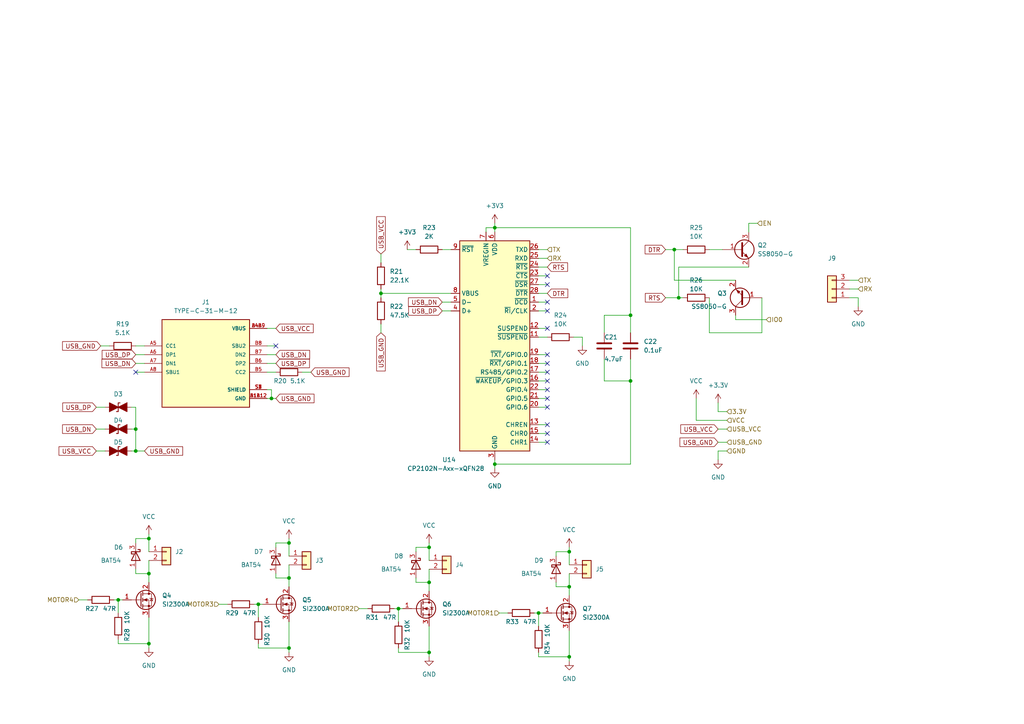
<source format=kicad_sch>
(kicad_sch (version 20211123) (generator eeschema)
  (paper "A4")
  (lib_symbols
    (symbol "Connector_Generic:Conn_01x02" (pin_names (offset 1.016) hide)
      (property "Reference" "J" (at 0 2.54 0))
      (property "Value" "Conn_01x02" (at 0 -5.08 0))
      (symbol "Conn_01x02_1_1"
        (rectangle (start -1.27 -2.413) (end 0 -2.667) (stroke (width 0.1524)))
        (rectangle (start -1.27 0.127) (end 0 -0.127) (stroke (width 0.1524)))
        (rectangle (start -1.27 1.27) (end 1.27 -3.81) (stroke (width 0.254)) (fill (type background)))
        (pin passive line (at -5.08 0 0) (length 3.81) (name "Pin_1") (number "1"))
        (pin passive line (at -5.08 -2.54 0) (length 3.81) (name "Pin_2") (number "2"))
      )
    )
    (symbol "Connector_Generic:Conn_01x03" (pin_names (offset 1.016) hide)
      (property "Reference" "J" (at 0 5.08 0))
      (property "Value" "Conn_01x03" (at 0 -5.08 0))
      (symbol "Conn_01x03_1_1"
        (rectangle (start -1.27 -2.413) (end 0 -2.667) (stroke (width 0.1524)))
        (rectangle (start -1.27 0.127) (end 0 -0.127) (stroke (width 0.1524)))
        (rectangle (start -1.27 2.667) (end 0 2.413) (stroke (width 0.1524)))
        (rectangle (start -1.27 3.81) (end 1.27 -3.81) (stroke (width 0.254)) (fill (type background)))
        (pin passive line (at -5.08 2.54 0) (length 3.81) (name "Pin_1") (number "1"))
        (pin passive line (at -5.08 0 0) (length 3.81) (name "Pin_2") (number "2"))
        (pin passive line (at -5.08 -2.54 0) (length 3.81) (name "Pin_3") (number "3"))
      )
    )
    (symbol "Connectors:TYPE-C-31-M-12" (pin_names (offset 1.016))
      (property "Reference" "J" (at -12.7 13.462 0))
      (property "Value" "TYPE-C-31-M-12" (at -12.7 -13.462 0))
      (symbol "TYPE-C-31-M-12_0_0"
        (rectangle (start -12.7 -12.7) (end 12.7 12.7) (stroke (width 0.254)) (fill (type background)))
        (pin power_in line (at 17.78 -10.16 180) (length 5.08) (name "GND") (number "A1B12"))
        (pin power_in line (at 17.78 10.16 180) (length 5.08) (name "VBUS") (number "A4B9"))
        (pin bidirectional line (at -17.78 5.08 0) (length 5.08) (name "CC1") (number "A5"))
        (pin bidirectional line (at -17.78 2.54 0) (length 5.08) (name "DP1") (number "A6"))
        (pin bidirectional line (at -17.78 0 0) (length 5.08) (name "DN1") (number "A7"))
        (pin bidirectional line (at -17.78 -2.54 0) (length 5.08) (name "SBU1") (number "A8"))
        (pin power_in line (at 17.78 -10.16 180) (length 5.08) (name "GND") (number "B1A12"))
        (pin power_in line (at 17.78 10.16 180) (length 5.08) (name "VBUS") (number "B4A9"))
        (pin bidirectional line (at 17.78 -2.54 180) (length 5.08) (name "CC2") (number "B5"))
        (pin bidirectional line (at 17.78 0 180) (length 5.08) (name "DP2") (number "B6"))
        (pin bidirectional line (at 17.78 2.54 180) (length 5.08) (name "DN2") (number "B7"))
        (pin bidirectional line (at 17.78 5.08 180) (length 5.08) (name "SBU2") (number "B8"))
        (pin passive line (at 17.78 -7.62 180) (length 5.08) (name "SHIELD") (number "S1"))
        (pin passive line (at 17.78 -7.62 180) (length 5.08) (name "SHIELD") (number "S2"))
        (pin passive line (at 17.78 -7.62 180) (length 5.08) (name "SHIELD") (number "S3"))
        (pin passive line (at 17.78 -7.62 180) (length 5.08) (name "SHIELD") (number "S4"))
      )
    )
    (symbol "Device:C" (pin_numbers hide) (pin_names (offset 0.254))
      (property "Reference" "C" (at 0.635 2.54 0))
      (property "Value" "C" (at 0.635 -2.54 0))
      (symbol "C_0_1"
        (polyline (pts (xy -2.032 -0.762) (xy 2.032 -0.762)) (stroke (width 0.508)))
        (polyline (pts (xy -2.032 0.762) (xy 2.032 0.762)) (stroke (width 0.508)))
      )
      (symbol "C_1_1"
        (pin passive line (at 0 3.81 270) (length 2.794) (name "~") (number "1"))
        (pin passive line (at 0 -3.81 90) (length 2.794) (name "~") (number "2"))
      )
    )
    (symbol "Device:D_TVS_Filled" (pin_numbers hide) (pin_names (offset 1.016) hide)
      (property "Reference" "D" (at 0 2.54 0))
      (property "Value" "D_TVS_Filled" (at 0 -2.54 0))
      (symbol "D_TVS_Filled_0_1"
        (polyline (pts (xy 1.27 0) (xy -1.27 0)))
        (polyline (pts (xy -2.54 -1.27) (xy 0 0) (xy -2.54 1.27) (xy -2.54 -1.27)) (stroke (width 0.254)) (fill (type outline)))
        (polyline (pts (xy 0.508 1.27) (xy 0 1.27) (xy 0 -1.27) (xy -0.508 -1.27)) (stroke (width 0.254)))
        (polyline (pts (xy 2.54 1.27) (xy 2.54 -1.27) (xy 0 0) (xy 2.54 1.27)) (stroke (width 0.254)) (fill (type outline)))
      )
      (symbol "D_TVS_Filled_1_1"
        (pin passive line (at -3.81 0 0) (length 2.54) (name "A1") (number "1"))
        (pin passive line (at 3.81 0 180) (length 2.54) (name "A2") (number "2"))
      )
    )
    (symbol "Device:Q_NMOS_GDS" (pin_names (offset 0) hide)
      (property "Reference" "Q" (at 5.08 1.27 0))
      (property "Value" "Q_NMOS_GDS" (at 5.08 -1.27 0))
      (symbol "Q_NMOS_GDS_0_1"
        (polyline (pts (xy 0.254 0) (xy -2.54 0)))
        (polyline (pts (xy 0.254 1.905) (xy 0.254 -1.905)) (stroke (width 0.254)))
        (polyline (pts (xy 0.762 -1.27) (xy 0.762 -2.286)) (stroke (width 0.254)))
        (polyline (pts (xy 0.762 0.508) (xy 0.762 -0.508)) (stroke (width 0.254)))
        (polyline (pts (xy 0.762 2.286) (xy 0.762 1.27)) (stroke (width 0.254)))
        (polyline (pts (xy 2.54 2.54) (xy 2.54 1.778)))
        (polyline (pts (xy 2.54 -2.54) (xy 2.54 0) (xy 0.762 0)))
        (polyline (pts (xy 0.762 -1.778) (xy 3.302 -1.778) (xy 3.302 1.778) (xy 0.762 1.778)))
        (polyline (pts (xy 1.016 0) (xy 2.032 0.381) (xy 2.032 -0.381) (xy 1.016 0)) (fill (type outline)))
        (polyline (pts (xy 2.794 0.508) (xy 2.921 0.381) (xy 3.683 0.381) (xy 3.81 0.254)))
        (polyline (pts (xy 3.302 0.381) (xy 2.921 -0.254) (xy 3.683 -0.254) (xy 3.302 0.381)))
        (circle (center 1.651 0) (radius 2.794) (stroke (width 0.254)))
        (circle (center 2.54 -1.778) (radius 0.254) (fill (type outline)))
        (circle (center 2.54 1.778) (radius 0.254) (fill (type outline)))
      )
      (symbol "Q_NMOS_GDS_1_1"
        (pin input line (at -5.08 0 0) (length 2.54) (name "G") (number "1"))
        (pin passive line (at 2.54 5.08 270) (length 2.54) (name "D") (number "2"))
        (pin passive line (at 2.54 -5.08 90) (length 2.54) (name "S") (number "3"))
      )
    )
    (symbol "Device:Q_NPN_BEC" (pin_names (offset 0) hide)
      (property "Reference" "Q" (at 5.08 1.27 0))
      (property "Value" "Q_NPN_BEC" (at 5.08 -1.27 0))
      (symbol "Q_NPN_BEC_0_1"
        (polyline (pts (xy 0.635 0.635) (xy 2.54 2.54)))
        (polyline (pts (xy 0.635 -0.635) (xy 2.54 -2.54) (xy 2.54 -2.54)))
        (polyline (pts (xy 0.635 1.905) (xy 0.635 -1.905) (xy 0.635 -1.905)) (stroke (width 0.508)))
        (polyline (pts (xy 1.27 -1.778) (xy 1.778 -1.27) (xy 2.286 -2.286) (xy 1.27 -1.778) (xy 1.27 -1.778)) (fill (type outline)))
        (circle (center 1.27 0) (radius 2.8194) (stroke (width 0.254)))
      )
      (symbol "Q_NPN_BEC_1_1"
        (pin input line (at -5.08 0 0) (length 5.715) (name "B") (number "1"))
        (pin passive line (at 2.54 -5.08 90) (length 2.54) (name "E") (number "2"))
        (pin passive line (at 2.54 5.08 270) (length 2.54) (name "C") (number "3"))
      )
    )
    (symbol "Device:R" (pin_numbers hide) (pin_names (offset 0))
      (property "Reference" "R" (at 2.032 0 90))
      (property "Value" "R" (at 0 0 90))
      (symbol "R_0_1"
        (rectangle (start -1.016 -2.54) (end 1.016 2.54) (stroke (width 0.254)))
      )
      (symbol "R_1_1"
        (pin passive line (at 0 3.81 270) (length 1.27) (name "~") (number "1"))
        (pin passive line (at 0 -3.81 90) (length 1.27) (name "~") (number "2"))
      )
    )
    (symbol "Diode:BAT54W" (pin_names (offset 1.016) hide)
      (property "Reference" "D" (at 0 2.54 0))
      (property "Value" "BAT54W" (at 0 -2.54 0))
      (symbol "BAT54W_0_1"
        (polyline (pts (xy 1.27 0) (xy -1.27 0)))
        (polyline (pts (xy 1.27 1.27) (xy 1.27 -1.27) (xy -1.27 0) (xy 1.27 1.27)) (stroke (width 0.254)))
        (polyline (pts (xy -1.905 0.635) (xy -1.905 1.27) (xy -1.27 1.27) (xy -1.27 -1.27) (xy -0.635 -1.27) (xy -0.635 -0.635)) (stroke (width 0.254)))
      )
      (symbol "BAT54W_1_1"
        (pin passive line (at 3.81 0 180) (length 2.54) (name "A") (number "1"))
        (pin no_connect line (at 0 0 90) (length 2.54) hide (name "NC") (number "2"))
        (pin passive line (at -3.81 0 0) (length 2.54) (name "K") (number "3"))
      )
    )
    (symbol "Interface_USB:CP2102N-Axx-xQFN28"
      (property "Reference" "U" (at -8.89 31.75 0))
      (property "Value" "CP2102N-Axx-xQFN28" (at 12.7 31.75 0))
      (symbol "CP2102N-Axx-xQFN28_0_1"
        (rectangle (start -10.16 30.48) (end 10.16 -30.48) (stroke (width 0.254)) (fill (type background)))
      )
      (symbol "CP2102N-Axx-xQFN28_1_1"
        (pin input line (at 12.7 12.7 180) (length 2.54) (name "~{DCD}") (number "1"))
        (pin no_connect line (at -10.16 -27.94 0) (length 2.54) hide (name "NC") (number "10"))
        (pin output line (at 12.7 2.54 180) (length 2.54) (name "~{SUSPEND}") (number "11"))
        (pin output line (at 12.7 5.08 180) (length 2.54) (name "SUSPEND") (number "12"))
        (pin output line (at 12.7 -22.86 180) (length 2.54) (name "CHREN") (number "13"))
        (pin output line (at 12.7 -27.94 180) (length 2.54) (name "CHR1") (number "14"))
        (pin output line (at 12.7 -25.4 180) (length 2.54) (name "CHR0") (number "15"))
        (pin bidirectional line (at 12.7 -10.16 180) (length 2.54) (name "~{WAKEUP}/GPIO.3") (number "16"))
        (pin bidirectional line (at 12.7 -7.62 180) (length 2.54) (name "RS485/GPIO.2") (number "17"))
        (pin bidirectional line (at 12.7 -5.08 180) (length 2.54) (name "~{RXT}/GPIO.1") (number "18"))
        (pin bidirectional line (at 12.7 -2.54 180) (length 2.54) (name "~{TXT}/GPIO.0") (number "19"))
        (pin bidirectional line (at 12.7 10.16 180) (length 2.54) (name "~{RI}/CLK") (number "2"))
        (pin bidirectional line (at 12.7 -17.78 180) (length 2.54) (name "GPIO.6") (number "20"))
        (pin bidirectional line (at 12.7 -15.24 180) (length 2.54) (name "GPIO.5") (number "21"))
        (pin bidirectional line (at 12.7 -12.7 180) (length 2.54) (name "GPIO.4") (number "22"))
        (pin input line (at 12.7 20.32 180) (length 2.54) (name "~{CTS}") (number "23"))
        (pin output line (at 12.7 22.86 180) (length 2.54) (name "~{RTS}") (number "24"))
        (pin input line (at 12.7 25.4 180) (length 2.54) (name "RXD") (number "25"))
        (pin output line (at 12.7 27.94 180) (length 2.54) (name "TXD") (number "26"))
        (pin input line (at 12.7 17.78 180) (length 2.54) (name "~{DSR}") (number "27"))
        (pin output line (at 12.7 15.24 180) (length 2.54) (name "~{DTR}") (number "28"))
        (pin passive line (at 0 -33.02 90) (length 2.54) hide (name "GND") (number "29"))
        (pin power_in line (at 0 -33.02 90) (length 2.54) (name "GND") (number "3"))
        (pin bidirectional line (at -12.7 10.16 0) (length 2.54) (name "D+") (number "4"))
        (pin bidirectional line (at -12.7 12.7 0) (length 2.54) (name "D-") (number "5"))
        (pin power_in line (at 0 33.02 270) (length 2.54) (name "VDD") (number "6"))
        (pin power_in line (at -2.54 33.02 270) (length 2.54) (name "VREGIN") (number "7"))
        (pin input line (at -12.7 15.24 0) (length 2.54) (name "VBUS") (number "8"))
        (pin input line (at -12.7 27.94 0) (length 2.54) (name "~{RST}") (number "9"))
      )
    )
    (symbol "power:+3.3V" (power) (pin_names (offset 0))
      (property "Value" "+3.3V" (at 0 3.556 0))
      (symbol "+3.3V_0_1"
        (polyline (pts (xy -0.762 1.27) (xy 0 2.54)))
        (polyline (pts (xy 0 0) (xy 0 2.54)))
        (polyline (pts (xy 0 2.54) (xy 0.762 1.27)))
      )
      (symbol "+3.3V_1_1"
        (pin power_in line (at 0 0 90) (length 0) hide (name "+3.3V") (number "1"))
      )
    )
    (symbol "power:+3V3" (power) (pin_names (offset 0))
      (property "Value" "+3V3" (at 0 3.556 0))
      (symbol "+3V3_0_1"
        (polyline (pts (xy -0.762 1.27) (xy 0 2.54)))
        (polyline (pts (xy 0 0) (xy 0 2.54)))
        (polyline (pts (xy 0 2.54) (xy 0.762 1.27)))
      )
      (symbol "+3V3_1_1"
        (pin power_in line (at 0 0 90) (length 0) hide (name "+3V3") (number "1"))
      )
    )
    (symbol "power:GND" (power) (pin_names (offset 0))
      (property "Value" "GND" (at 0 -3.81 0))
      (symbol "GND_0_1"
        (polyline (pts (xy 0 0) (xy 0 -1.27) (xy 1.27 -1.27) (xy 0 -2.54) (xy -1.27 -1.27) (xy 0 -1.27)))
      )
      (symbol "GND_1_1"
        (pin power_in line (at 0 0 270) (length 0) hide (name "GND") (number "1"))
      )
    )
    (symbol "power:VCC" (power) (pin_names (offset 0))
      (property "Value" "VCC" (at 0 3.81 0))
      (symbol "VCC_0_1"
        (polyline (pts (xy -0.762 1.27) (xy 0 2.54)))
        (polyline (pts (xy 0 0) (xy 0 2.54)))
        (polyline (pts (xy 0 2.54) (xy 0.762 1.27)))
      )
      (symbol "VCC_1_1"
        (pin power_in line (at 0 0 90) (length 0) hide (name "VCC") (number "1"))
      )
    )
  )
  (junction (at 34.29 173.99))
  (junction (at 165.1 170.18))
  (junction (at 182.88 110.49))
  (junction (at 143.51 134.62))
  (junction (at 83.82 157.48))
  (junction (at 115.57 176.53))
  (junction (at 78.74 115.57))
  (junction (at 124.46 158.75))
  (junction (at 165.1 190.5))
  (junction (at 39.37 124.46))
  (junction (at 74.93 175.26))
  (junction (at 83.82 167.64))
  (junction (at 195.58 72.39))
  (junction (at 196.85 86.36))
  (junction (at 165.1 160.02))
  (junction (at 182.88 91.44))
  (junction (at 43.18 166.37))
  (junction (at 43.18 156.21))
  (junction (at 83.82 187.96))
  (junction (at 39.37 130.81))
  (junction (at 156.21 177.8))
  (junction (at 110.49 85.09))
  (junction (at 124.46 168.91))
  (junction (at 124.46 189.23))
  (junction (at 43.18 186.69))
  (junction (at 143.51 66.04))
  (no_connect (at 39.37 107.95))
  (no_connect (at 158.75 95.25))
  (no_connect (at 158.75 128.27))
  (no_connect (at 158.75 125.73))
  (no_connect (at 158.75 113.03))
  (no_connect (at 158.75 115.57))
  (no_connect (at 158.75 107.95))
  (no_connect (at 158.75 110.49))
  (no_connect (at 158.75 118.11))
  (no_connect (at 158.75 123.19))
  (no_connect (at 158.75 102.87))
  (no_connect (at 158.75 105.41))
  (no_connect (at 158.75 82.55))
  (no_connect (at 158.75 80.01))
  (no_connect (at 158.75 87.63))
  (no_connect (at 158.75 90.17))
  (no_connect (at 80.01 100.33))
  (wire (pts (xy 27.94 130.81) (xy 30.48 130.81)))
  (wire (pts (xy 115.57 176.53) (xy 115.57 180.34)))
  (wire (pts (xy 166.37 97.79) (xy 168.91 97.79)))
  (wire (pts (xy 39.37 102.87) (xy 41.91 102.87)))
  (wire (pts (xy 220.98 96.52) (xy 205.74 96.52)))
  (wire (pts (xy 196.85 77.47) (xy 196.85 86.36)))
  (wire (pts (xy 168.91 97.79) (xy 168.91 100.33)))
  (wire (pts (xy 83.82 163.83) (xy 83.82 167.64)))
  (wire (pts (xy 110.49 93.98) (xy 110.49 96.52)))
  (wire (pts (xy 175.26 104.14) (xy 175.26 110.49)))
  (wire (pts (xy 83.82 157.48) (xy 83.82 156.21)))
  (wire (pts (xy 77.47 107.95) (xy 80.01 107.95)))
  (wire (pts (xy 128.27 72.39) (xy 130.81 72.39)))
  (wire (pts (xy 165.1 172.72) (xy 165.1 170.18)))
  (wire (pts (xy 80.01 157.48) (xy 83.82 157.48)))
  (wire (pts (xy 156.21 72.39) (xy 158.75 72.39)))
  (wire (pts (xy 213.36 81.28) (xy 195.58 81.28)))
  (wire (pts (xy 43.18 187.96) (xy 43.18 186.69)))
  (wire (pts (xy 83.82 170.18) (xy 83.82 167.64)))
  (wire (pts (xy 165.1 170.18) (xy 161.29 170.18)))
  (wire (pts (xy 217.17 64.77) (xy 219.71 64.77)))
  (wire (pts (xy 38.1 124.46) (xy 39.37 124.46)))
  (wire (pts (xy 39.37 107.95) (xy 41.91 107.95)))
  (wire (pts (xy 193.04 72.39) (xy 195.58 72.39)))
  (wire (pts (xy 77.47 113.03) (xy 78.74 113.03)))
  (wire (pts (xy 175.26 91.44) (xy 182.88 91.44)))
  (wire (pts (xy 128.27 87.63) (xy 130.81 87.63)))
  (wire (pts (xy 156.21 125.73) (xy 158.75 125.73)))
  (wire (pts (xy 74.93 175.26) (xy 76.2 175.26)))
  (wire (pts (xy 39.37 118.11) (xy 39.37 124.46)))
  (wire (pts (xy 143.51 133.35) (xy 143.51 134.62)))
  (wire (pts (xy 120.65 168.91) (xy 120.65 167.64)))
  (wire (pts (xy 124.46 158.75) (xy 124.46 157.48)))
  (wire (pts (xy 156.21 177.8) (xy 157.48 177.8)))
  (wire (pts (xy 156.21 85.09) (xy 158.75 85.09)))
  (wire (pts (xy 165.1 160.02) (xy 165.1 158.75)))
  (wire (pts (xy 114.3 176.53) (xy 115.57 176.53)))
  (wire (pts (xy 63.5 175.26) (xy 66.04 175.26)))
  (wire (pts (xy 210.82 121.92) (xy 201.93 121.92)))
  (wire (pts (xy 213.36 91.44) (xy 213.36 92.71)))
  (wire (pts (xy 248.92 88.9) (xy 248.92 86.36)))
  (wire (pts (xy 39.37 130.81) (xy 41.91 130.81)))
  (wire (pts (xy 182.88 91.44) (xy 182.88 96.52)))
  (wire (pts (xy 165.1 182.88) (xy 165.1 190.5)))
  (wire (pts (xy 124.46 181.61) (xy 124.46 189.23)))
  (wire (pts (xy 77.47 115.57) (xy 78.74 115.57)))
  (wire (pts (xy 156.21 77.47) (xy 158.75 77.47)))
  (wire (pts (xy 208.28 119.38) (xy 210.82 119.38)))
  (wire (pts (xy 156.21 95.25) (xy 158.75 95.25)))
  (wire (pts (xy 39.37 157.48) (xy 39.37 156.21)))
  (wire (pts (xy 154.94 177.8) (xy 156.21 177.8)))
  (wire (pts (xy 78.74 115.57) (xy 80.01 115.57)))
  (wire (pts (xy 156.21 118.11) (xy 158.75 118.11)))
  (wire (pts (xy 128.27 90.17) (xy 130.81 90.17)))
  (wire (pts (xy 182.88 134.62) (xy 143.51 134.62)))
  (wire (pts (xy 33.02 173.99) (xy 34.29 173.99)))
  (wire (pts (xy 208.28 128.27) (xy 210.82 128.27)))
  (wire (pts (xy 77.47 105.41) (xy 80.01 105.41)))
  (wire (pts (xy 208.28 116.84) (xy 208.28 119.38)))
  (wire (pts (xy 39.37 156.21) (xy 43.18 156.21)))
  (wire (pts (xy 34.29 173.99) (xy 35.56 173.99)))
  (wire (pts (xy 156.21 110.49) (xy 158.75 110.49)))
  (wire (pts (xy 205.74 72.39) (xy 209.55 72.39)))
  (wire (pts (xy 156.21 190.5) (xy 156.21 189.23)))
  (wire (pts (xy 110.49 83.82) (xy 110.49 85.09)))
  (wire (pts (xy 110.49 85.09) (xy 110.49 86.36)))
  (wire (pts (xy 39.37 124.46) (xy 39.37 130.81)))
  (wire (pts (xy 73.66 175.26) (xy 74.93 175.26)))
  (wire (pts (xy 156.21 177.8) (xy 156.21 181.61)))
  (wire (pts (xy 156.21 90.17) (xy 158.75 90.17)))
  (wire (pts (xy 27.94 118.11) (xy 30.48 118.11)))
  (wire (pts (xy 208.28 130.81) (xy 210.82 130.81)))
  (wire (pts (xy 182.88 104.14) (xy 182.88 110.49)))
  (wire (pts (xy 83.82 157.48) (xy 83.82 161.29)))
  (wire (pts (xy 143.51 66.04) (xy 143.51 67.31)))
  (wire (pts (xy 217.17 67.31) (xy 217.17 64.77)))
  (wire (pts (xy 115.57 176.53) (xy 116.84 176.53)))
  (wire (pts (xy 77.47 100.33) (xy 80.01 100.33)))
  (wire (pts (xy 175.26 110.49) (xy 182.88 110.49)))
  (wire (pts (xy 156.21 123.19) (xy 158.75 123.19)))
  (wire (pts (xy 43.18 162.56) (xy 43.18 166.37)))
  (wire (pts (xy 83.82 180.34) (xy 83.82 187.96)))
  (wire (pts (xy 156.21 74.93) (xy 158.75 74.93)))
  (wire (pts (xy 34.29 173.99) (xy 34.29 177.8)))
  (wire (pts (xy 156.21 113.03) (xy 158.75 113.03)))
  (wire (pts (xy 246.38 81.28) (xy 248.92 81.28)))
  (wire (pts (xy 115.57 189.23) (xy 115.57 187.96)))
  (wire (pts (xy 156.21 107.95) (xy 158.75 107.95)))
  (wire (pts (xy 156.21 128.27) (xy 158.75 128.27)))
  (wire (pts (xy 87.63 107.95) (xy 90.17 107.95)))
  (wire (pts (xy 156.21 115.57) (xy 158.75 115.57)))
  (wire (pts (xy 78.74 113.03) (xy 78.74 115.57)))
  (wire (pts (xy 104.14 176.53) (xy 106.68 176.53)))
  (wire (pts (xy 118.11 72.39) (xy 120.65 72.39)))
  (wire (pts (xy 39.37 166.37) (xy 39.37 165.1)))
  (wire (pts (xy 39.37 105.41) (xy 41.91 105.41)))
  (wire (pts (xy 182.88 110.49) (xy 182.88 134.62)))
  (wire (pts (xy 156.21 102.87) (xy 158.75 102.87)))
  (wire (pts (xy 165.1 191.77) (xy 165.1 190.5)))
  (wire (pts (xy 39.37 100.33) (xy 41.91 100.33)))
  (wire (pts (xy 124.46 165.1) (xy 124.46 168.91)))
  (wire (pts (xy 124.46 189.23) (xy 115.57 189.23)))
  (wire (pts (xy 120.65 160.02) (xy 120.65 158.75)))
  (wire (pts (xy 120.65 158.75) (xy 124.46 158.75)))
  (wire (pts (xy 201.93 121.92) (xy 201.93 115.57)))
  (wire (pts (xy 83.82 189.23) (xy 83.82 187.96)))
  (wire (pts (xy 27.94 124.46) (xy 30.48 124.46)))
  (wire (pts (xy 110.49 73.66) (xy 110.49 76.2)))
  (wire (pts (xy 195.58 72.39) (xy 198.12 72.39)))
  (wire (pts (xy 208.28 133.35) (xy 208.28 130.81)))
  (wire (pts (xy 193.04 86.36) (xy 196.85 86.36)))
  (wire (pts (xy 196.85 86.36) (xy 198.12 86.36)))
  (wire (pts (xy 205.74 96.52) (xy 205.74 86.36)))
  (wire (pts (xy 220.98 86.36) (xy 220.98 96.52)))
  (wire (pts (xy 124.46 190.5) (xy 124.46 189.23)))
  (wire (pts (xy 43.18 156.21) (xy 43.18 154.94)))
  (wire (pts (xy 22.86 173.99) (xy 25.4 173.99)))
  (wire (pts (xy 29.21 100.33) (xy 31.75 100.33)))
  (wire (pts (xy 161.29 161.29) (xy 161.29 160.02)))
  (wire (pts (xy 80.01 167.64) (xy 80.01 166.37)))
  (wire (pts (xy 143.51 66.04) (xy 143.51 64.77)))
  (wire (pts (xy 143.51 66.04) (xy 182.88 66.04)))
  (wire (pts (xy 246.38 86.36) (xy 248.92 86.36)))
  (wire (pts (xy 38.1 118.11) (xy 39.37 118.11)))
  (wire (pts (xy 34.29 186.69) (xy 34.29 185.42)))
  (wire (pts (xy 156.21 105.41) (xy 158.75 105.41)))
  (wire (pts (xy 83.82 187.96) (xy 74.93 187.96)))
  (wire (pts (xy 77.47 102.87) (xy 80.01 102.87)))
  (wire (pts (xy 83.82 167.64) (xy 80.01 167.64)))
  (wire (pts (xy 156.21 80.01) (xy 158.75 80.01)))
  (wire (pts (xy 161.29 170.18) (xy 161.29 168.91)))
  (wire (pts (xy 74.93 175.26) (xy 74.93 179.07)))
  (wire (pts (xy 208.28 124.46) (xy 210.82 124.46)))
  (wire (pts (xy 80.01 158.75) (xy 80.01 157.48)))
  (wire (pts (xy 156.21 97.79) (xy 158.75 97.79)))
  (wire (pts (xy 43.18 168.91) (xy 43.18 166.37)))
  (wire (pts (xy 140.97 66.04) (xy 143.51 66.04)))
  (wire (pts (xy 124.46 158.75) (xy 124.46 162.56)))
  (wire (pts (xy 110.49 85.09) (xy 130.81 85.09)))
  (wire (pts (xy 43.18 166.37) (xy 39.37 166.37)))
  (wire (pts (xy 38.1 130.81) (xy 39.37 130.81)))
  (wire (pts (xy 74.93 187.96) (xy 74.93 186.69)))
  (wire (pts (xy 165.1 160.02) (xy 165.1 163.83)))
  (wire (pts (xy 124.46 168.91) (xy 120.65 168.91)))
  (wire (pts (xy 143.51 134.62) (xy 143.51 135.89)))
  (wire (pts (xy 43.18 179.07) (xy 43.18 186.69)))
  (wire (pts (xy 161.29 160.02) (xy 165.1 160.02)))
  (wire (pts (xy 43.18 156.21) (xy 43.18 160.02)))
  (wire (pts (xy 156.21 82.55) (xy 158.75 82.55)))
  (wire (pts (xy 43.18 186.69) (xy 34.29 186.69)))
  (wire (pts (xy 246.38 83.82) (xy 248.92 83.82)))
  (wire (pts (xy 156.21 87.63) (xy 158.75 87.63)))
  (wire (pts (xy 175.26 96.52) (xy 175.26 91.44)))
  (wire (pts (xy 217.17 77.47) (xy 196.85 77.47)))
  (wire (pts (xy 195.58 81.28) (xy 195.58 72.39)))
  (wire (pts (xy 77.47 95.25) (xy 80.01 95.25)))
  (wire (pts (xy 182.88 66.04) (xy 182.88 91.44)))
  (wire (pts (xy 165.1 190.5) (xy 156.21 190.5)))
  (wire (pts (xy 165.1 166.37) (xy 165.1 170.18)))
  (wire (pts (xy 124.46 171.45) (xy 124.46 168.91)))
  (wire (pts (xy 140.97 67.31) (xy 140.97 66.04)))
  (wire (pts (xy 213.36 92.71) (xy 222.25 92.71)))
  (wire (pts (xy 144.78 177.8) (xy 147.32 177.8)))
  (global_label "USB_GND" (shape input) (at 208.28 128.27 180) (property "Обозначения листов" "${INTERSHEET_REFS}" (effects hide)))
  (global_label "USB_GND" (shape input) (at 41.91 130.81 0) (property "Обозначения листов" "${INTERSHEET_REFS}" (effects hide)))
  (global_label "USB_DP" (shape input) (at 80.01 105.41 0) (property "Обозначения листов" "${INTERSHEET_REFS}" (effects hide)))
  (global_label "USB_DN" (shape input) (at 39.37 105.41 180) (property "Обозначения листов" "${INTERSHEET_REFS}" (effects hide)))
  (global_label "USB_DN" (shape input) (at 128.27 87.63 180) (property "Обозначения листов" "${INTERSHEET_REFS}" (effects hide)))
  (global_label "USB_VCC" (shape input) (at 110.49 73.66 90) (property "Обозначения листов" "${INTERSHEET_REFS}" (effects hide)))
  (global_label "RTS" (shape input) (at 158.75 77.47 0) (property "Обозначения листов" "${INTERSHEET_REFS}" (effects hide)))
  (global_label "DTR" (shape input) (at 193.04 72.39 180) (property "Обозначения листов" "${INTERSHEET_REFS}" (effects hide)))
  (global_label "USB_VCC" (shape input) (at 27.94 130.81 180) (property "Обозначения листов" "${INTERSHEET_REFS}" (effects hide)))
  (global_label "USB_DP" (shape input) (at 39.37 102.87 180) (property "Обозначения листов" "${INTERSHEET_REFS}" (effects hide)))
  (global_label "USB_DN" (shape input) (at 80.01 102.87 0) (property "Обозначения листов" "${INTERSHEET_REFS}" (effects hide)))
  (global_label "USB_VCC" (shape input) (at 80.01 95.25 0) (property "Обозначения листов" "${INTERSHEET_REFS}" (effects hide)))
  (global_label "USB_GND" (shape input) (at 110.49 96.52 270) (property "Обозначения листов" "${INTERSHEET_REFS}" (effects hide)))
  (global_label "USB_GND" (shape input) (at 29.21 100.33 180) (property "Обозначения листов" "${INTERSHEET_REFS}" (effects hide)))
  (global_label "USB_DP" (shape input) (at 27.94 118.11 180) (property "Обозначения листов" "${INTERSHEET_REFS}" (effects hide)))
  (global_label "RTS" (shape input) (at 193.04 86.36 180) (property "Обозначения листов" "${INTERSHEET_REFS}" (effects hide)))
  (global_label "USB_GND" (shape input) (at 90.17 107.95 0) (property "Обозначения листов" "${INTERSHEET_REFS}" (effects hide)))
  (global_label "USB_GND" (shape input) (at 80.01 115.57 0) (property "Обозначения листов" "${INTERSHEET_REFS}" (effects hide)))
  (global_label "USB_VCC" (shape input) (at 208.28 124.46 180) (property "Обозначения листов" "${INTERSHEET_REFS}" (effects hide)))
  (global_label "USB_DN" (shape input) (at 27.94 124.46 180) (property "Обозначения листов" "${INTERSHEET_REFS}" (effects hide)))
  (global_label "DTR" (shape input) (at 158.75 85.09 0) (property "Обозначения листов" "${INTERSHEET_REFS}" (effects hide)))
  (global_label "USB_DP" (shape input) (at 128.27 90.17 180) (property "Обозначения листов" "${INTERSHEET_REFS}" (effects hide)))
  (hierarchical_label "TX" (shape input) (at 158.75 72.39 0))
  (hierarchical_label "MOTOR3" (shape input) (at 63.5 175.26 180))
  (hierarchical_label "IO0" (shape input) (at 222.25 92.71 0))
  (hierarchical_label "RX" (shape input) (at 158.75 74.93 0))
  (hierarchical_label "USB_VCC" (shape input) (at 210.82 124.46 0))
  (hierarchical_label "USB_GND" (shape input) (at 210.82 128.27 0))
  (hierarchical_label "EN" (shape input) (at 219.71 64.77 0))
  (hierarchical_label "MOTOR1" (shape input) (at 144.78 177.8 180))
  (hierarchical_label "MOTOR2" (shape input) (at 104.14 176.53 180))
  (hierarchical_label "RX" (shape input) (at 248.92 83.82 0))
  (hierarchical_label "GND" (shape input) (at 210.82 130.81 0))
  (hierarchical_label "VCC" (shape input) (at 210.82 121.92 0))
  (hierarchical_label "TX" (shape input) (at 248.92 81.28 0))
  (hierarchical_label "3.3V" (shape input) (at 210.82 119.38 0))
  (hierarchical_label "MOTOR4" (shape input) (at 22.86 173.99 180))
  (symbol (lib_id "Device:D_TVS_Filled") (at 34.29 124.46 0) (unit 1)
    (property "Reference" "D4" (at 34.29 121.92 0))
    (property "Value" "LRC LESD5D5.0CT1G " (effects hide))
    (property "Footprint" "Diode_SMD:D_SOD-523" (effects hide))
  )
  (symbol (lib_id "power:GND") (at 165.1 191.77 0) (unit 1)
    (property "Reference" "#PWR0124" (effects hide))
    (property "Value" "GND" (at 165.1 196.85 0))
  )
  (symbol (lib_id "Device:R") (at 35.56 100.33 90) (unit 1)
    (property "Reference" "R19" (at 35.56 93.98 90))
    (property "Value" "5.1K" (at 35.56 96.52 90))
    (property "Footprint" "Resistor_SMD:R_0603_1608Metric_Pad0.98x0.95mm_HandSolder" (effects hide))
  )
  (symbol (lib_id "Device:R") (at 69.85 175.26 90) (unit 1)
    (property "Reference" "R29" (at 67.31 177.8 90))
    (property "Value" "47R" (at 72.39 177.8 90))
    (property "Footprint" "Resistor_SMD:R_0805_2012Metric_Pad1.20x1.40mm_HandSolder" (effects hide))
  )
  (symbol (lib_id "Device:D_TVS_Filled") (at 34.29 118.11 0) (unit 1)
    (property "Reference" "D3" (at 34.29 114.3 0))
    (property "Value" "LRC LESD5D5.0CT1G " (effects hide))
    (property "Footprint" "Diode_SMD:D_SOD-523" (effects hide))
  )
  (symbol (lib_id "Diode:BAT54W") (at 120.65 163.83 270) (unit 1)
    (property "Reference" "D8" (at 114.3 161.29 90) (effects (justify left)))
    (property "Value" "BAT54" (at 110.49 165.1 90) (effects (justify left)))
    (property "Footprint" "Package_TO_SOT_SMD:SOT-323_SC-70" (effects hide))
    (property "Datasheet" "https://assets.nexperia.com/documents/data-sheet/BAT54W_SER.pdf" (effects hide))
  )
  (symbol (lib_id "Device:C") (at 182.88 100.33 0) (unit 1)
    (property "Reference" "C22" (at 186.69 99.0599 0) (effects (justify left)))
    (property "Value" "0.1uF" (at 186.69 101.5999 0) (effects (justify left)))
    (property "Footprint" "Capacitor_SMD:C_0805_2012Metric_Pad1.18x1.45mm_HandSolder" (effects hide))
  )
  (symbol (lib_id "Device:R") (at 151.13 177.8 90) (unit 1)
    (property "Reference" "R33" (at 148.59 180.34 90))
    (property "Value" "47R" (at 153.67 180.34 90))
    (property "Footprint" "Resistor_SMD:R_0805_2012Metric_Pad1.20x1.40mm_HandSolder" (effects hide))
  )
  (symbol (lib_id "Diode:BAT54W") (at 80.01 162.56 270) (unit 1)
    (property "Reference" "D7" (at 73.66 160.02 90) (effects (justify left)))
    (property "Value" "BAT54" (at 69.85 163.83 90) (effects (justify left)))
    (property "Footprint" "Package_TO_SOT_SMD:SOT-323_SC-70" (effects hide))
    (property "Datasheet" "https://assets.nexperia.com/documents/data-sheet/BAT54W_SER.pdf" (effects hide))
  )
  (symbol (lib_id "Device:D_TVS_Filled") (at 34.29 130.81 0) (unit 1)
    (property "Reference" "D5" (at 34.29 128.27 0))
    (property "Value" "LRC LESD5D5.0CT1G " (effects hide))
    (property "Footprint" "Diode_SMD:D_SOD-523" (effects hide))
  )
  (symbol (lib_id "Device:R") (at 201.93 86.36 90) (unit 1)
    (property "Reference" "R26" (at 201.93 81.28 90))
    (property "Value" "10K" (at 201.93 83.82 90))
    (property "Footprint" "Resistor_SMD:R_0805_2012Metric_Pad1.20x1.40mm_HandSolder" (effects hide))
  )
  (symbol (lib_id "power:+3.3V") (at 208.28 116.84 0) (unit 1)
    (property "Reference" "#PWR0180" (effects hide))
    (property "Value" "+3.3V" (at 208.28 111.76 0))
  )
  (symbol (lib_id "power:GND") (at 43.18 187.96 0) (unit 1)
    (property "Reference" "#PWR0121" (effects hide))
    (property "Value" "GND" (at 43.18 193.04 0))
  )
  (symbol (lib_id "Diode:BAT54W") (at 39.37 161.29 270) (unit 1)
    (property "Reference" "D6" (at 33.02 158.75 90) (effects (justify left)))
    (property "Value" "BAT54" (at 29.21 162.56 90) (effects (justify left)))
    (property "Footprint" "Package_TO_SOT_SMD:SOT-323_SC-70" (effects hide))
    (property "Datasheet" "https://assets.nexperia.com/documents/data-sheet/BAT54W_SER.pdf" (effects hide))
  )
  (symbol (lib_id "Device:Q_NMOS_GDS") (at 81.28 175.26 0) (unit 1)
    (property "Reference" "Q5" (at 87.63 173.9899 0) (effects (justify left)))
    (property "Value" "SI2300A" (at 87.63 176.5299 0) (effects (justify left)))
    (property "Footprint" "Package_TO_SOT_SMD:SOT-23" (effects hide))
  )
  (symbol (lib_id "power:GND") (at 143.51 135.89 0) (unit 1)
    (property "Reference" "#PWR0183" (effects hide))
    (property "Value" "GND" (at 143.51 140.97 0))
  )
  (symbol (lib_id "power:VCC") (at 201.93 115.57 0) (unit 1)
    (property "Reference" "#PWR0194" (effects hide))
    (property "Value" "VCC" (at 201.93 110.49 0))
  )
  (symbol (lib_id "power:+3V3") (at 143.51 64.77 0) (unit 1)
    (property "Reference" "#PWR0134" (effects hide))
    (property "Value" "+3V3" (at 143.51 59.69 0))
  )
  (symbol (lib_id "power:VCC") (at 124.46 157.48 0) (unit 1)
    (property "Reference" "#PWR0185" (effects hide))
    (property "Value" "VCC" (at 124.46 152.4 0))
  )
  (symbol (lib_id "Device:R") (at 83.82 107.95 90) (unit 1)
    (property "Reference" "R20" (at 81.28 110.49 90))
    (property "Value" "5.1K" (at 86.36 110.49 90))
    (property "Footprint" "Resistor_SMD:R_0603_1608Metric_Pad0.98x0.95mm_HandSolder" (effects hide))
  )
  (symbol (lib_id "power:GND") (at 168.91 100.33 0) (unit 1)
    (property "Reference" "#PWR0181" (effects hide))
    (property "Value" "GND" (at 168.91 105.41 0))
  )
  (symbol (lib_id "power:+3V3") (at 118.11 72.39 0) (unit 1)
    (property "Reference" "#PWR?" (effects hide))
    (property "Value" "+3V3" (at 118.11 67.31 0))
  )
  (symbol (lib_id "Device:R") (at 162.56 97.79 90) (unit 1)
    (property "Reference" "R24" (at 162.56 91.44 90))
    (property "Value" "10K" (at 162.56 93.98 90))
    (property "Footprint" "Resistor_SMD:R_0603_1608Metric_Pad0.98x0.95mm_HandSolder" (effects hide))
  )
  (symbol (lib_id "power:GND") (at 124.46 190.5 0) (unit 1)
    (property "Reference" "#PWR0123" (effects hide))
    (property "Value" "GND" (at 124.46 195.58 0))
  )
  (symbol (lib_id "Interface_USB:CP2102N-Axx-xQFN28") (at 143.51 100.33 0) (unit 1)
    (property "Reference" "U14" (at 128.27 133.35 0) (effects (justify left)))
    (property "Value" "CP2102N-Axx-xQFN28" (at 118.11 135.89 0) (effects (justify left)))
    (property "Footprint" "Package_DFN_QFN:QFN-28-1EP_5x5mm_P0.5mm_EP3.35x3.35mm" (effects hide))
    (property "Datasheet" "https://www.silabs.com/documents/public/data-sheets/cp2102n-datasheet.pdf" (effects hide))
  )
  (symbol (lib_id "Device:R") (at 201.93 72.39 90) (unit 1)
    (property "Reference" "R25" (at 201.93 66.04 90))
    (property "Value" "10K" (at 201.93 68.58 90))
    (property "Footprint" "Resistor_SMD:R_0805_2012Metric_Pad1.20x1.40mm_HandSolder" (effects hide))
  )
  (symbol (lib_id "Device:R") (at 74.93 182.88 180) (unit 1)
    (property "Reference" "R30" (at 77.47 185.42 90))
    (property "Value" "10K" (at 77.47 180.34 90))
    (property "Footprint" "Resistor_SMD:R_0805_2012Metric_Pad1.20x1.40mm_HandSolder" (effects hide))
  )
  (symbol (lib_id "Device:R") (at 110.49 80.01 0) (unit 1)
    (property "Reference" "R21" (at 113.03 78.7399 0) (effects (justify left)))
    (property "Value" "22.1K" (at 113.03 81.2799 0) (effects (justify left)))
    (property "Footprint" "Resistor_SMD:R_0603_1608Metric_Pad0.98x0.95mm_HandSolder" (effects hide))
  )
  (symbol (lib_id "Diode:BAT54W") (at 161.29 165.1 270) (unit 1)
    (property "Reference" "D9" (at 154.94 162.56 90) (effects (justify left)))
    (property "Value" "BAT54" (at 151.13 166.37 90) (effects (justify left)))
    (property "Footprint" "Package_TO_SOT_SMD:SOT-323_SC-70" (effects hide))
    (property "Datasheet" "https://assets.nexperia.com/documents/data-sheet/BAT54W_SER.pdf" (effects hide))
  )
  (symbol (lib_id "power:GND") (at 83.82 189.23 0) (unit 1)
    (property "Reference" "#PWR0126" (effects hide))
    (property "Value" "GND" (at 83.82 194.31 0))
  )
  (symbol (lib_id "Device:C") (at 175.26 100.33 0) (unit 1)
    (property "Reference" "C21" (at 175.26 97.79 0) (effects (justify left)))
    (property "Value" "4.7uF" (at 175.26 104.14 0) (effects (justify left)))
    (property "Footprint" "Capacitor_SMD:C_0805_2012Metric_Pad1.18x1.45mm_HandSolder" (effects hide))
  )
  (symbol (lib_id "power:VCC") (at 165.1 158.75 0) (unit 1)
    (property "Reference" "#PWR0125" (effects hide))
    (property "Value" "VCC" (at 165.1 153.67 0))
  )
  (symbol (lib_id "Connector_Generic:Conn_01x02") (at 170.18 163.83 0) (unit 1)
    (property "Reference" "J5" (at 172.72 165.0999 0) (effects (justify left)))
    (property "Value" "Conn_01x02" (effects hide))
    (property "Footprint" "Connector_PinSocket_2.54mm:PinSocket_1x02_P2.54mm_Vertical" (effects hide))
  )
  (symbol (lib_id "power:GND") (at 248.92 88.9 0) (unit 1)
    (property "Reference" "#PWR03" (effects hide))
    (property "Value" "GND" (at 248.92 93.98 0))
  )
  (symbol (lib_id "Device:R") (at 110.49 90.17 0) (unit 1)
    (property "Reference" "R22" (at 113.03 88.8999 0) (effects (justify left)))
    (property "Value" "47.5K" (at 113.03 91.4399 0) (effects (justify left)))
    (property "Footprint" "Resistor_SMD:R_0603_1608Metric_Pad0.98x0.95mm_HandSolder" (effects hide))
  )
  (symbol (lib_id "Device:R") (at 156.21 185.42 180) (unit 1)
    (property "Reference" "R34" (at 158.75 187.96 90))
    (property "Value" "10K" (at 158.75 182.88 90))
    (property "Footprint" "Resistor_SMD:R_0805_2012Metric_Pad1.20x1.40mm_HandSolder" (effects hide))
  )
  (symbol (lib_id "Device:R") (at 34.29 181.61 180) (unit 1)
    (property "Reference" "R28" (at 36.83 184.15 90))
    (property "Value" "10K" (at 36.83 179.07 90))
    (property "Footprint" "Resistor_SMD:R_0805_2012Metric_Pad1.20x1.40mm_HandSolder" (effects hide))
  )
  (symbol (lib_id "Connector_Generic:Conn_01x02") (at 48.26 160.02 0) (unit 1)
    (property "Reference" "J2" (at 50.8 160.0199 0) (effects (justify left)))
    (property "Value" "Conn_01x02" (effects hide))
    (property "Footprint" "Connector_PinSocket_2.54mm:PinSocket_1x02_P2.54mm_Vertical" (effects hide))
  )
  (symbol (lib_id "Device:Q_NPN_BEC") (at 214.63 72.39 0) (unit 1)
    (property "Reference" "Q2" (at 219.71 71.1199 0) (effects (justify left)))
    (property "Value" "SS8050-G" (at 219.71 73.6599 0) (effects (justify left)))
    (property "Footprint" "Package_TO_SOT_SMD:SOT-23" (effects hide))
  )
  (symbol (lib_id "Device:R") (at 29.21 173.99 90) (unit 1)
    (property "Reference" "R27" (at 26.67 176.53 90))
    (property "Value" "47R" (at 31.75 176.53 90))
    (property "Footprint" "Resistor_SMD:R_0805_2012Metric_Pad1.20x1.40mm_HandSolder" (effects hide))
  )
  (symbol (lib_id "Device:R") (at 124.46 72.39 90) (unit 1)
    (property "Reference" "R23" (at 124.46 66.04 90))
    (property "Value" "2K" (at 124.46 68.58 90))
    (property "Footprint" "Resistor_SMD:R_0603_1608Metric_Pad0.98x0.95mm_HandSolder" (effects hide))
  )
  (symbol (lib_id "power:VCC") (at 43.18 154.94 0) (unit 1)
    (property "Reference" "#PWR0122" (effects hide))
    (property "Value" "VCC" (at 43.18 149.86 0))
  )
  (symbol (lib_id "Device:Q_NPN_BEC") (at 215.9 86.36 180) (unit 1)
    (property "Reference" "Q3" (at 210.82 85.0899 0) (effects (justify left)))
    (property "Value" "SS8050-G" (at 210.82 88.9 0) (effects (justify left)))
    (property "Footprint" "Package_TO_SOT_SMD:SOT-23" (effects hide))
  )
  (symbol (lib_id "Connector_Generic:Conn_01x02") (at 88.9 161.29 0) (unit 1)
    (property "Reference" "J3" (at 91.44 162.5599 0) (effects (justify left)))
    (property "Value" "Conn_01x02" (effects hide))
    (property "Footprint" "Connector_PinSocket_2.54mm:PinSocket_1x02_P2.54mm_Vertical" (effects hide))
  )
  (symbol (lib_id "power:GND") (at 208.28 133.35 0) (unit 1)
    (property "Reference" "#PWR0179" (effects hide))
    (property "Value" "GND" (at 208.28 138.43 0))
  )
  (symbol (lib_id "Device:Q_NMOS_GDS") (at 121.92 176.53 0) (unit 1)
    (property "Reference" "Q6" (at 128.27 175.2599 0) (effects (justify left)))
    (property "Value" "SI2300A" (at 128.27 177.7999 0) (effects (justify left)))
    (property "Footprint" "Package_TO_SOT_SMD:SOT-23" (effects hide))
  )
  (symbol (lib_id "Connectors:TYPE-C-31-M-12") (at 59.69 105.41 0) (unit 1)
    (property "Reference" "J1" (at 59.69 87.63 0))
    (property "Value" "TYPE-C-31-M-12" (at 59.69 90.17 0))
    (property "Footprint" "HRO_TYPE-C-31-M-12" (effects hide))
    (property "MANUFACTURER" "HRO Electronics" (effects hide))
    (property "MAXIMUM_PACKAGE_HEIGHT" "3.31mm" (effects hide))
    (property "STANDARD" "Manufacturer Recommendations" (effects hide))
    (property "PARTREV" "A" (effects hide))
  )
  (symbol (lib_id "Connector_Generic:Conn_01x03") (at 241.3 83.82 180) (unit 1)
    (property "Reference" "J9" (at 241.3 74.93 0))
    (property "Value" "Conn_01x03" (effects hide))
    (property "Footprint" "Connector_PinHeader_2.54mm:PinHeader_1x03_P2.54mm_Vertical" (effects hide))
  )
  (symbol (lib_id "Device:R") (at 115.57 184.15 180) (unit 1)
    (property "Reference" "R32" (at 118.11 186.69 90))
    (property "Value" "10K" (at 118.11 181.61 90))
    (property "Footprint" "Resistor_SMD:R_0805_2012Metric_Pad1.20x1.40mm_HandSolder" (effects hide))
  )
  (symbol (lib_id "Device:Q_NMOS_GDS") (at 162.56 177.8 0) (unit 1)
    (property "Reference" "Q7" (at 168.91 176.5299 0) (effects (justify left)))
    (property "Value" "SI2300A" (at 168.91 179.0699 0) (effects (justify left)))
    (property "Footprint" "Package_TO_SOT_SMD:SOT-23" (effects hide))
  )
  (symbol (lib_id "Device:Q_NMOS_GDS") (at 40.64 173.99 0) (unit 1)
    (property "Reference" "Q4" (at 46.99 172.7199 0) (effects (justify left)))
    (property "Value" "SI2300A" (at 46.99 175.2599 0) (effects (justify left)))
    (property "Footprint" "Package_TO_SOT_SMD:SOT-23" (effects hide))
  )
  (symbol (lib_id "Device:R") (at 110.49 176.53 90) (unit 1)
    (property "Reference" "R31" (at 107.95 179.07 90))
    (property "Value" "47R" (at 113.03 179.07 90))
    (property "Footprint" "Resistor_SMD:R_0805_2012Metric_Pad1.20x1.40mm_HandSolder" (effects hide))
  )
  (symbol (lib_id "power:VCC") (at 83.82 156.21 0) (unit 1)
    (property "Reference" "#PWR0127" (effects hide))
    (property "Value" "VCC" (at 83.82 151.13 0))
  )
  (symbol (lib_id "Connector_Generic:Conn_01x02") (at 129.54 162.56 0) (unit 1)
    (property "Reference" "J4" (at 132.08 163.8299 0) (effects (justify left)))
    (property "Value" "Conn_01x02" (effects hide))
    (property "Footprint" "Connector_PinSocket_2.54mm:PinSocket_1x02_P2.54mm_Vertical" (effects hide))
  )
)
</source>
